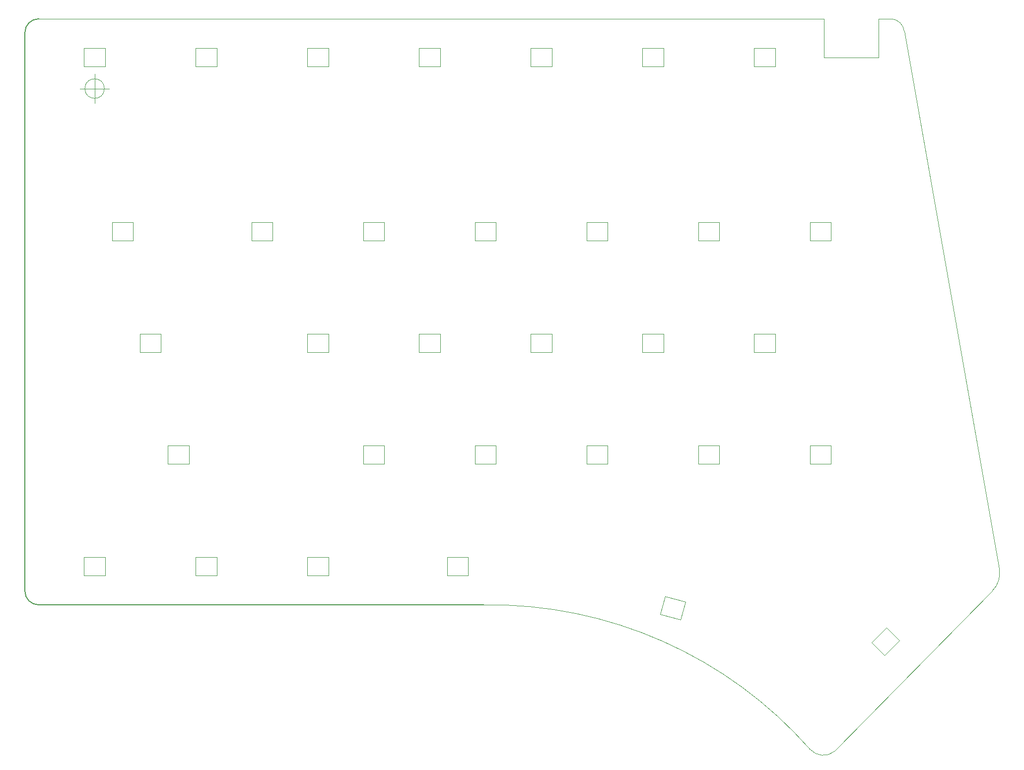
<source format=gbr>
G04 #@! TF.GenerationSoftware,KiCad,Pcbnew,(6.0.8)*
G04 #@! TF.CreationDate,2023-02-17T20:45:28+09:00*
G04 #@! TF.ProjectId,ma8ic_split_69_left,6d613869-635f-4737-906c-69745f36395f,0.1*
G04 #@! TF.SameCoordinates,Original*
G04 #@! TF.FileFunction,Profile,NP*
%FSLAX46Y46*%
G04 Gerber Fmt 4.6, Leading zero omitted, Abs format (unit mm)*
G04 Created by KiCad (PCBNEW (6.0.8)) date 2023-02-17 20:45:28*
%MOMM*%
%LPD*%
G01*
G04 APERTURE LIST*
G04 #@! TA.AperFunction,Profile*
%ADD10C,0.100000*%
G04 #@! TD*
G04 #@! TA.AperFunction,Profile*
%ADD11C,0.150000*%
G04 #@! TD*
G04 #@! TA.AperFunction,Profile*
%ADD12C,0.120000*%
G04 #@! TD*
G04 APERTURE END LIST*
D10*
X195262500Y-29765625D02*
X193265000Y-29765732D01*
X181553283Y-154425971D02*
G75*
G03*
X125968125Y-129778125I-54528413J-47970009D01*
G01*
X197631932Y-31909932D02*
X213836250Y-123586875D01*
D11*
X50006250Y-29765600D02*
G75*
G03*
X47625000Y-32146910I50J-2381300D01*
G01*
D10*
X197631955Y-31909930D02*
G75*
G03*
X195262500Y-29765625I-2369455J-236970D01*
G01*
X212645661Y-127396912D02*
G75*
G03*
X213836250Y-123586875I-2887061J2993212D01*
G01*
D11*
X50006300Y-129778125D02*
X125968125Y-129778125D01*
D10*
X185737500Y-154781250D02*
X212645625Y-127396875D01*
X183925000Y-29765732D02*
X50006250Y-29765610D01*
X181553285Y-154425969D02*
G75*
G03*
X185737499Y-154781249I2279215J2025969D01*
G01*
D11*
X47625075Y-127396875D02*
G75*
G03*
X50006300Y-129778125I2381225J-25D01*
G01*
X47625085Y-127396875D02*
X47625000Y-32146910D01*
D10*
X61197966Y-41671910D02*
G75*
G03*
X61197966Y-41671910I-1666666J0D01*
G01*
X57031300Y-41671910D02*
X62031300Y-41671910D01*
X59531300Y-39171910D02*
X59531300Y-44171910D01*
X61197966Y-41671910D02*
G75*
G03*
X61197966Y-41671910I-1666666J0D01*
G01*
X57031300Y-41671910D02*
X62031300Y-41671910D01*
X59531300Y-39171910D02*
X59531300Y-44171910D01*
D12*
G04 #@! TO.C,D43*
X108956440Y-102629855D02*
X108956440Y-105729855D01*
X108956440Y-105729855D02*
X105356440Y-105729855D01*
X105356440Y-102629855D02*
X108956440Y-102629855D01*
X105356440Y-105729855D02*
X105356440Y-102629855D01*
G04 #@! TO.C,D55*
X86306424Y-67629823D02*
X86306424Y-64529823D01*
X89906424Y-67629823D02*
X86306424Y-67629823D01*
X86306424Y-64529823D02*
X89906424Y-64529823D01*
X89906424Y-64529823D02*
X89906424Y-67629823D01*
D10*
G04 #@! TO.C,J1*
X193265000Y-36415732D02*
X193265000Y-29765732D01*
X183925000Y-36415732D02*
X193265000Y-36415732D01*
X183925000Y-29765732D02*
X183925000Y-36415732D01*
D12*
G04 #@! TO.C,D66*
X80381416Y-37864173D02*
X76781416Y-37864173D01*
X80381416Y-34764173D02*
X80381416Y-37864173D01*
X76781416Y-34764173D02*
X80381416Y-34764173D01*
X76781416Y-37864173D02*
X76781416Y-34764173D01*
G04 #@! TO.C,D54*
X62493904Y-67629823D02*
X62493904Y-64529823D01*
X66093904Y-67629823D02*
X62493904Y-67629823D01*
X62493904Y-64529823D02*
X66093904Y-64529823D01*
X66093904Y-64529823D02*
X66093904Y-67629823D01*
G04 #@! TO.C,D37*
X159484297Y-132280969D02*
X156006964Y-131349221D01*
X156809303Y-128354851D02*
X160286636Y-129286599D01*
X160286636Y-129286599D02*
X159484297Y-132280969D01*
X156006964Y-131349221D02*
X156809303Y-128354851D01*
G04 #@! TO.C,D63*
X137531464Y-34764173D02*
X137531464Y-37864173D01*
X133931464Y-34764173D02*
X137531464Y-34764173D01*
X133931464Y-37864173D02*
X133931464Y-34764173D01*
X137531464Y-37864173D02*
X133931464Y-37864173D01*
G04 #@! TO.C,D62*
X156581480Y-34764173D02*
X156581480Y-37864173D01*
X152981480Y-34764173D02*
X156581480Y-34764173D01*
X152981480Y-37864173D02*
X152981480Y-34764173D01*
X156581480Y-37864173D02*
X152981480Y-37864173D01*
G04 #@! TO.C,D41*
X61331400Y-124779871D02*
X57731400Y-124779871D01*
X61331400Y-121679871D02*
X61331400Y-124779871D01*
X57731400Y-124779871D02*
X57731400Y-121679871D01*
X57731400Y-121679871D02*
X61331400Y-121679871D01*
G04 #@! TO.C,D50*
X137531464Y-86679839D02*
X133931464Y-86679839D01*
X133931464Y-86679839D02*
X133931464Y-83579839D01*
X133931464Y-83579839D02*
X137531464Y-83579839D01*
X137531464Y-83579839D02*
X137531464Y-86679839D01*
G04 #@! TO.C,D67*
X57731400Y-34764173D02*
X61331400Y-34764173D01*
X57731400Y-37864173D02*
X57731400Y-34764173D01*
X61331400Y-34764173D02*
X61331400Y-37864173D01*
X61331400Y-37864173D02*
X57731400Y-37864173D01*
G04 #@! TO.C,D59*
X162506488Y-67629823D02*
X162506488Y-64529823D01*
X166106488Y-64529823D02*
X166106488Y-67629823D01*
X162506488Y-64529823D02*
X166106488Y-64529823D01*
X166106488Y-67629823D02*
X162506488Y-67629823D01*
G04 #@! TO.C,D39*
X95831432Y-124779871D02*
X95831432Y-121679871D01*
X99431432Y-121679871D02*
X99431432Y-124779871D01*
X95831432Y-121679871D02*
X99431432Y-121679871D01*
X99431432Y-124779871D02*
X95831432Y-124779871D01*
G04 #@! TO.C,D56*
X105356440Y-67629823D02*
X105356440Y-64529823D01*
X108956440Y-67629823D02*
X105356440Y-67629823D01*
X105356440Y-64529823D02*
X108956440Y-64529823D01*
X108956440Y-64529823D02*
X108956440Y-67629823D01*
G04 #@! TO.C,D58*
X147056472Y-67629823D02*
X143456472Y-67629823D01*
X143456472Y-64529823D02*
X147056472Y-64529823D01*
X143456472Y-67629823D02*
X143456472Y-64529823D01*
X147056472Y-64529823D02*
X147056472Y-67629823D01*
G04 #@! TO.C,D47*
X181556504Y-102629855D02*
X185156504Y-102629855D01*
X181556504Y-105729855D02*
X181556504Y-102629855D01*
X185156504Y-102629855D02*
X185156504Y-105729855D01*
X185156504Y-105729855D02*
X181556504Y-105729855D01*
G04 #@! TO.C,D40*
X80381416Y-124779871D02*
X76781416Y-124779871D01*
X80381416Y-121679871D02*
X80381416Y-124779871D01*
X76781416Y-124779871D02*
X76781416Y-121679871D01*
X76781416Y-121679871D02*
X80381416Y-121679871D01*
G04 #@! TO.C,D65*
X95831432Y-37864173D02*
X95831432Y-34764173D01*
X99431432Y-34764173D02*
X99431432Y-37864173D01*
X95831432Y-34764173D02*
X99431432Y-34764173D01*
X99431432Y-37864173D02*
X95831432Y-37864173D01*
G04 #@! TO.C,D36*
X196837608Y-135856133D02*
X194292023Y-138401718D01*
X194292023Y-138401718D02*
X192099992Y-136209687D01*
X192099992Y-136209687D02*
X194645577Y-133664102D01*
X194645577Y-133664102D02*
X196837608Y-135856133D01*
G04 #@! TO.C,D46*
X162506488Y-102629855D02*
X166106488Y-102629855D01*
X162506488Y-105729855D02*
X162506488Y-102629855D01*
X166106488Y-102629855D02*
X166106488Y-105729855D01*
X166106488Y-105729855D02*
X162506488Y-105729855D01*
G04 #@! TO.C,D38*
X123243800Y-124779871D02*
X119643800Y-124779871D01*
X119643800Y-121679871D02*
X123243800Y-121679871D01*
X123243800Y-121679871D02*
X123243800Y-124779871D01*
X119643800Y-124779871D02*
X119643800Y-121679871D01*
G04 #@! TO.C,D45*
X143456472Y-102629855D02*
X147056472Y-102629855D01*
X143456472Y-105729855D02*
X143456472Y-102629855D01*
X147056472Y-105729855D02*
X143456472Y-105729855D01*
X147056472Y-102629855D02*
X147056472Y-105729855D01*
G04 #@! TO.C,D42*
X72018912Y-105729855D02*
X72018912Y-102629855D01*
X72018912Y-102629855D02*
X75618912Y-102629855D01*
X75618912Y-102629855D02*
X75618912Y-105729855D01*
X75618912Y-105729855D02*
X72018912Y-105729855D01*
G04 #@! TO.C,D52*
X99431432Y-86679839D02*
X95831432Y-86679839D01*
X95831432Y-86679839D02*
X95831432Y-83579839D01*
X99431432Y-83579839D02*
X99431432Y-86679839D01*
X95831432Y-83579839D02*
X99431432Y-83579839D01*
G04 #@! TO.C,D57*
X128006456Y-67629823D02*
X124406456Y-67629823D01*
X128006456Y-64529823D02*
X128006456Y-67629823D01*
X124406456Y-64529823D02*
X128006456Y-64529823D01*
X124406456Y-67629823D02*
X124406456Y-64529823D01*
G04 #@! TO.C,D48*
X175631496Y-83579839D02*
X175631496Y-86679839D01*
X172031496Y-83579839D02*
X175631496Y-83579839D01*
X175631496Y-86679839D02*
X172031496Y-86679839D01*
X172031496Y-86679839D02*
X172031496Y-83579839D01*
G04 #@! TO.C,D53*
X70856408Y-83579839D02*
X70856408Y-86679839D01*
X67256408Y-86679839D02*
X67256408Y-83579839D01*
X70856408Y-86679839D02*
X67256408Y-86679839D01*
X67256408Y-83579839D02*
X70856408Y-83579839D01*
G04 #@! TO.C,D61*
X172031496Y-34764173D02*
X175631496Y-34764173D01*
X175631496Y-37864173D02*
X172031496Y-37864173D01*
X172031496Y-37864173D02*
X172031496Y-34764173D01*
X175631496Y-34764173D02*
X175631496Y-37864173D01*
G04 #@! TO.C,D44*
X124406456Y-105729855D02*
X124406456Y-102629855D01*
X124406456Y-102629855D02*
X128006456Y-102629855D01*
X128006456Y-102629855D02*
X128006456Y-105729855D01*
X128006456Y-105729855D02*
X124406456Y-105729855D01*
G04 #@! TO.C,D51*
X118481448Y-83579839D02*
X118481448Y-86679839D01*
X114881448Y-83579839D02*
X118481448Y-83579839D01*
X114881448Y-86679839D02*
X114881448Y-83579839D01*
X118481448Y-86679839D02*
X114881448Y-86679839D01*
G04 #@! TO.C,D64*
X114881448Y-37864173D02*
X114881448Y-34764173D01*
X114881448Y-34764173D02*
X118481448Y-34764173D01*
X118481448Y-34764173D02*
X118481448Y-37864173D01*
X118481448Y-37864173D02*
X114881448Y-37864173D01*
G04 #@! TO.C,D49*
X152981480Y-86679839D02*
X152981480Y-83579839D01*
X152981480Y-83579839D02*
X156581480Y-83579839D01*
X156581480Y-86679839D02*
X152981480Y-86679839D01*
X156581480Y-83579839D02*
X156581480Y-86679839D01*
G04 #@! TO.C,D60*
X185156504Y-64529823D02*
X185156504Y-67629823D01*
X181556504Y-67629823D02*
X181556504Y-64529823D01*
X185156504Y-67629823D02*
X181556504Y-67629823D01*
X181556504Y-64529823D02*
X185156504Y-64529823D01*
G04 #@! TD*
M02*

</source>
